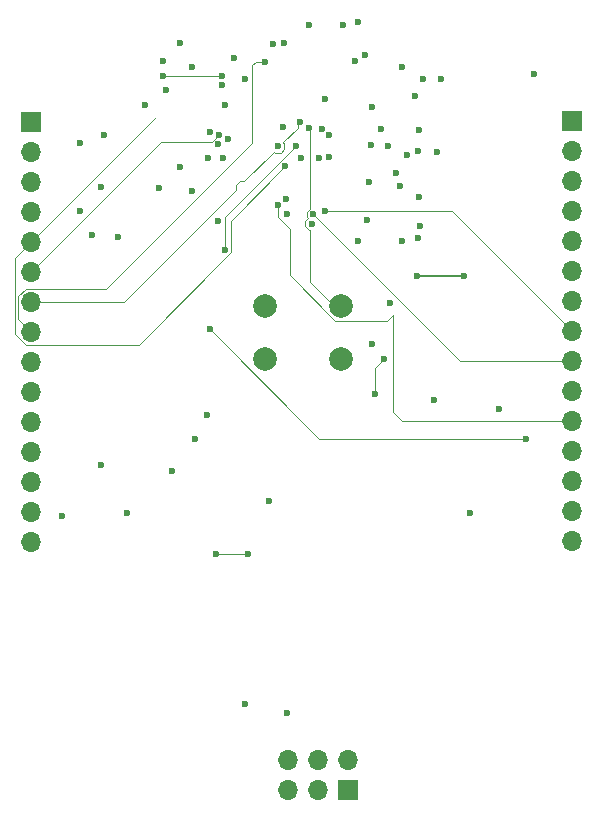
<source format=gbr>
%TF.GenerationSoftware,KiCad,Pcbnew,9.0.0*%
%TF.CreationDate,2025-04-07T20:23:24+05:30*%
%TF.ProjectId,arduino nano clone,61726475-696e-46f2-906e-616e6f20636c,rev?*%
%TF.SameCoordinates,Original*%
%TF.FileFunction,Copper,L2,Inr*%
%TF.FilePolarity,Positive*%
%FSLAX46Y46*%
G04 Gerber Fmt 4.6, Leading zero omitted, Abs format (unit mm)*
G04 Created by KiCad (PCBNEW 9.0.0) date 2025-04-07 20:23:24*
%MOMM*%
%LPD*%
G01*
G04 APERTURE LIST*
%TA.AperFunction,ComponentPad*%
%ADD10R,1.700000X1.700000*%
%TD*%
%TA.AperFunction,ComponentPad*%
%ADD11O,1.700000X1.700000*%
%TD*%
%TA.AperFunction,ComponentPad*%
%ADD12C,2.000000*%
%TD*%
%TA.AperFunction,ViaPad*%
%ADD13C,0.600000*%
%TD*%
%TA.AperFunction,Conductor*%
%ADD14C,0.100000*%
%TD*%
%TA.AperFunction,Conductor*%
%ADD15C,0.200000*%
%TD*%
%TA.AperFunction,Conductor*%
%ADD16C,0.010000*%
%TD*%
G04 APERTURE END LIST*
D10*
%TO.N,/D1{slash}TX*%
%TO.C,J3*%
X176377380Y-73380000D03*
D11*
%TO.N,/D0{slash}RX*%
X176377380Y-75920000D03*
%TO.N,/RESET*%
X176377380Y-78460000D03*
%TO.N,GND*%
X176377380Y-81000000D03*
%TO.N,/D2*%
X176377380Y-83540000D03*
%TO.N,/D3*%
X176377380Y-86080000D03*
%TO.N,/D4*%
X176377380Y-88620000D03*
%TO.N,/D5*%
X176377380Y-91160000D03*
%TO.N,/D6*%
X176377380Y-93700000D03*
%TO.N,/D7*%
X176377380Y-96240000D03*
%TO.N,/D8*%
X176377380Y-98780000D03*
%TO.N,/D9*%
X176377380Y-101320000D03*
%TO.N,/D10*%
X176377380Y-103860000D03*
%TO.N,/D11{slash}MOSI*%
X176377380Y-106400000D03*
%TO.N,/D12{slash}MISO*%
X176377380Y-108940000D03*
%TD*%
D10*
%TO.N,VCC*%
%TO.C,J4*%
X130627380Y-73420000D03*
D11*
%TO.N,GND*%
X130627380Y-75960000D03*
%TO.N,/RESET*%
X130627380Y-78500000D03*
%TO.N,+5V*%
X130627380Y-81040000D03*
%TO.N,/A7*%
X130627380Y-83580000D03*
%TO.N,/A6*%
X130627380Y-86120000D03*
%TO.N,/A5*%
X130627380Y-88660000D03*
%TO.N,/A4*%
X130627380Y-91200000D03*
%TO.N,/A3*%
X130627380Y-93740000D03*
%TO.N,/A2*%
X130627380Y-96280000D03*
%TO.N,/A1*%
X130627380Y-98820000D03*
%TO.N,/A0*%
X130627380Y-101360000D03*
%TO.N,/AREF*%
X130627380Y-103900000D03*
%TO.N,+3V3*%
X130627380Y-106440000D03*
%TO.N,/D13{slash}SCK*%
X130627380Y-108980000D03*
%TD*%
D10*
%TO.N,/D12{slash}MISO*%
%TO.C,J2*%
X157402380Y-130025000D03*
D11*
%TO.N,+5V*%
X157402380Y-127485000D03*
%TO.N,/D13{slash}SCK*%
X154862380Y-130025000D03*
%TO.N,/D11{slash}MOSI*%
X154862380Y-127485000D03*
%TO.N,/RESET*%
X152322380Y-130025000D03*
%TO.N,GND*%
X152322380Y-127485000D03*
%TD*%
D12*
%TO.N,Net-(U1-~{RESET}{slash}PC6)*%
%TO.C,SW1*%
X156877380Y-89000000D03*
X150377380Y-89000000D03*
%TO.N,GND*%
X156877380Y-93500000D03*
X150377380Y-93500000D03*
%TD*%
D13*
%TO.N,*%
X162450000Y-76200000D03*
X136560000Y-78940000D03*
X163450000Y-74150000D03*
X141450000Y-79000000D03*
%TO.N,GND*%
X150754760Y-105500000D03*
X145504760Y-98250000D03*
X159480000Y-72190000D03*
X158254760Y-83500000D03*
X163379178Y-75876996D03*
X170254760Y-97750000D03*
X145600000Y-76440000D03*
%TO.N,/AREF*%
X155852378Y-76370000D03*
X163504760Y-82250000D03*
%TO.N,Net-(U1-XTAL2{slash}PB7)*%
X155004760Y-76500000D03*
X136754760Y-74500000D03*
%TO.N,Net-(U1-XTAL1{slash}PB6)*%
X140254760Y-72000000D03*
X161504760Y-77750000D03*
X159254760Y-78500000D03*
%TO.N,+5V*%
X137960000Y-83200000D03*
X136504760Y-102500000D03*
X147310000Y-74840000D03*
X165270000Y-69810000D03*
X159399791Y-75366031D03*
X153494760Y-76480000D03*
X149004760Y-110000000D03*
X164754760Y-97000000D03*
X146254760Y-110000000D03*
X163780000Y-69810000D03*
%TO.N,Net-(U3-DTR)*%
X141754760Y-68250000D03*
X145754760Y-74250000D03*
%TO.N,Net-(D4-A)*%
X167254760Y-86500000D03*
X163254760Y-86500000D03*
X161004760Y-88750000D03*
%TO.N,VCC*%
X148754760Y-122750000D03*
X134754760Y-75250000D03*
X133254760Y-106750000D03*
X134754760Y-81000000D03*
X154127380Y-65250000D03*
X152254760Y-123500000D03*
X135754760Y-83000000D03*
%TO.N,Net-(J1-D+)*%
X162004760Y-83500000D03*
X157004760Y-65250000D03*
%TO.N,Net-(J1-ID)*%
X163424760Y-79790000D03*
X154354760Y-82050000D03*
X159014760Y-81750000D03*
X161834760Y-78840000D03*
X158254760Y-65000000D03*
X163374760Y-83280000D03*
%TO.N,/D12{slash}MISO*%
X146882281Y-76482719D03*
%TO.N,/D13{slash}SCK*%
X146442939Y-75325001D03*
%TO.N,/D11{slash}MOSI*%
X159504760Y-92250000D03*
X167754760Y-106500000D03*
X160504760Y-93500000D03*
X159754760Y-96500000D03*
X147004760Y-84250000D03*
X153004760Y-75500000D03*
%TO.N,/D8*%
X151504760Y-80500000D03*
%TO.N,/D4*%
X155852378Y-74560000D03*
X158055760Y-68301000D03*
%TO.N,/D3*%
X160254760Y-74000000D03*
X155254760Y-74000000D03*
%TO.N,/D0{slash}RX*%
X151084760Y-66820000D03*
X158877380Y-67750000D03*
%TO.N,/D7*%
X145754760Y-91000000D03*
X172504760Y-100250000D03*
X152254760Y-81250000D03*
%TO.N,/D6*%
X154504760Y-81250000D03*
%TO.N,/D2*%
X155504760Y-71500000D03*
X163090000Y-71249000D03*
%TO.N,/D9*%
X151504760Y-75500000D03*
%TO.N,/D1{slash}TX*%
X152004760Y-66750000D03*
X162004760Y-68750000D03*
%TO.N,/D10*%
X152174760Y-79920000D03*
X146414760Y-81840000D03*
X144204760Y-79260000D03*
%TO.N,/D5*%
X155504760Y-81000000D03*
%TO.N,/A0*%
X147004760Y-72000000D03*
%TO.N,/A1*%
X146754760Y-70300003D03*
%TO.N,/A6*%
X146554762Y-74499000D03*
%TO.N,/A3*%
X141754760Y-69500000D03*
X146754760Y-69500000D03*
%TO.N,/A2*%
X148754760Y-69750000D03*
X143254760Y-66750000D03*
%TO.N,/A4*%
X150424760Y-68330000D03*
%TO.N,/A7*%
X152134760Y-77200000D03*
X151894760Y-73860000D03*
%TO.N,/A5*%
X153354760Y-73410000D03*
%TO.N,Net-(U1-~{RESET}{slash}PC6)*%
X144504760Y-100250000D03*
X154153760Y-73960000D03*
X147754760Y-68000000D03*
X144254760Y-68750000D03*
X142504760Y-103000000D03*
%TO.N,/RX*%
X142004760Y-70750000D03*
X138754760Y-106500000D03*
%TO.N,/TX*%
X143254760Y-77250000D03*
X160805760Y-75449000D03*
%TO.N,Net-(U3-CBUS0)*%
X173184760Y-69360000D03*
%TO.N,Net-(U3-CBUS1)*%
X165004760Y-76000000D03*
%TD*%
D14*
%TO.N,+5V*%
X149004760Y-110000000D02*
X146254760Y-110000000D01*
D15*
%TO.N,Net-(D4-A)*%
X163254760Y-86500000D02*
X167254760Y-86500000D01*
D14*
%TO.N,/D11{slash}MOSI*%
X159754760Y-94250000D02*
X160504760Y-93500000D01*
X147004760Y-84250000D02*
X147004760Y-81500000D01*
X147004760Y-81500000D02*
X153004760Y-75500000D01*
X159754760Y-96500000D02*
X159754760Y-94250000D01*
%TO.N,/D8*%
X176377380Y-98780000D02*
X162034760Y-98780000D01*
X161254760Y-98000000D02*
X161254760Y-89750000D01*
X152504760Y-82500000D02*
X151504760Y-81500000D01*
X162034760Y-98780000D02*
X161254760Y-98000000D01*
X156359198Y-90251000D02*
X152504760Y-86396562D01*
X160753760Y-90251000D02*
X156359198Y-90251000D01*
X151504760Y-81500000D02*
X151504760Y-80500000D01*
X152504760Y-86396562D02*
X152504760Y-82500000D01*
X161254760Y-89750000D02*
X160753760Y-90251000D01*
%TO.N,/D7*%
X145754760Y-91000000D02*
X155004760Y-100250000D01*
X155004760Y-100250000D02*
X172504760Y-100250000D01*
%TO.N,/D6*%
X176377380Y-93700000D02*
X166954760Y-93700000D01*
X166954760Y-93700000D02*
X154504760Y-81250000D01*
%TO.N,/D5*%
X176377380Y-91160000D02*
X166217380Y-81000000D01*
X166217380Y-81000000D02*
X155504760Y-81000000D01*
D16*
%TO.N,/A6*%
X145923762Y-75130000D02*
X141617380Y-75130000D01*
X146554762Y-74499000D02*
X145923762Y-75130000D01*
X141617380Y-75130000D02*
X130627380Y-86120000D01*
D14*
%TO.N,/A3*%
X141754760Y-69500000D02*
X146754760Y-69500000D01*
%TO.N,/A4*%
X149616760Y-68330000D02*
X150424760Y-68330000D01*
X149305760Y-68641000D02*
X149616760Y-68330000D01*
X136955760Y-87559000D02*
X149305760Y-75209000D01*
X130627380Y-91200000D02*
X129526380Y-90099000D01*
X130171330Y-87559000D02*
X136955760Y-87559000D01*
X129526380Y-90099000D02*
X129526380Y-88203950D01*
X149305760Y-75209000D02*
X149305760Y-68641000D01*
X129526380Y-88203950D02*
X130171330Y-87559000D01*
%TO.N,/A7*%
X130627380Y-83580000D02*
X141207380Y-73000000D01*
X139732992Y-92301000D02*
X147555760Y-84478232D01*
X129225380Y-91355050D02*
X130171330Y-92301000D01*
X147555760Y-84478232D02*
X147555760Y-81779000D01*
X141207380Y-73000000D02*
X129225380Y-84982000D01*
X147555760Y-81779000D02*
X152134760Y-77200000D01*
X130171330Y-92301000D02*
X139732992Y-92301000D01*
X129225380Y-84982000D02*
X129225380Y-91355050D01*
%TO.N,/A5*%
X147953760Y-79151000D02*
X147953760Y-78771768D01*
X147953760Y-78771768D02*
X148276528Y-78449000D01*
X153194760Y-73250000D02*
X153354760Y-73410000D01*
X151732992Y-76051000D02*
X152055760Y-75728232D01*
X151944376Y-75160384D02*
X153194760Y-73910000D01*
X138444760Y-88660000D02*
X147953760Y-79151000D01*
X130627380Y-88660000D02*
X138444760Y-88660000D01*
X152055760Y-75271768D02*
X151944376Y-75160384D01*
X152055760Y-75728232D02*
X152055760Y-75271768D01*
X151165144Y-75939616D02*
X151276528Y-76051000D01*
X151276528Y-76051000D02*
X151732992Y-76051000D01*
X148276528Y-78449000D02*
X148655760Y-78449000D01*
X153194760Y-73910000D02*
X153194760Y-73250000D01*
X148655760Y-78449000D02*
X151165144Y-75939616D01*
%TO.N,Net-(U1-~{RESET}{slash}PC6)*%
X154204760Y-80770768D02*
X153953760Y-81021768D01*
X154204760Y-74011000D02*
X154204760Y-80770768D01*
X153803760Y-82278232D02*
X154126528Y-82601000D01*
X156254760Y-89000000D02*
X156877380Y-89000000D01*
X153803760Y-81821768D02*
X153803760Y-82278232D01*
X154126528Y-82601000D02*
X154204760Y-82601000D01*
X153953760Y-81021768D02*
X153953760Y-81478232D01*
X153953760Y-81478232D02*
X154050528Y-81575000D01*
X154153760Y-73960000D02*
X154204760Y-74011000D01*
X154204760Y-82601000D02*
X154204760Y-86950000D01*
X154050528Y-81575000D02*
X153803760Y-81821768D01*
X154204760Y-86950000D02*
X156254760Y-89000000D01*
%TD*%
M02*

</source>
